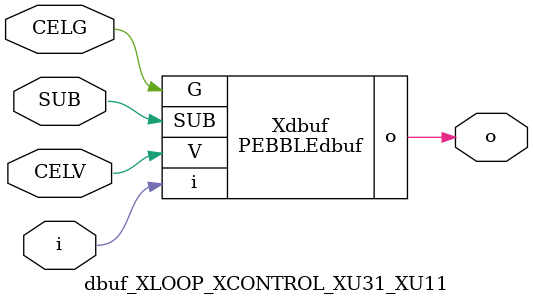
<source format=v>



module PEBBLEdbuf ( o, G, SUB, V, i );

  input V;
  input i;
  input G;
  output o;
  input SUB;
endmodule

//Celera Confidential Do Not Copy dbuf_XLOOP_XCONTROL_XU31_XU11
//Celera Confidential Symbol Generator
//Digital Buffer
module dbuf_XLOOP_XCONTROL_XU31_XU11 (CELV,CELG,i,o,SUB);
input CELV;
input CELG;
input i;
input SUB;
output o;

//Celera Confidential Do Not Copy dbuf
PEBBLEdbuf Xdbuf(
.V (CELV),
.i (i),
.o (o),
.SUB (SUB),
.G (CELG)
);
//,diesize,PEBBLEdbuf

//Celera Confidential Do Not Copy Module End
//Celera Schematic Generator
endmodule

</source>
